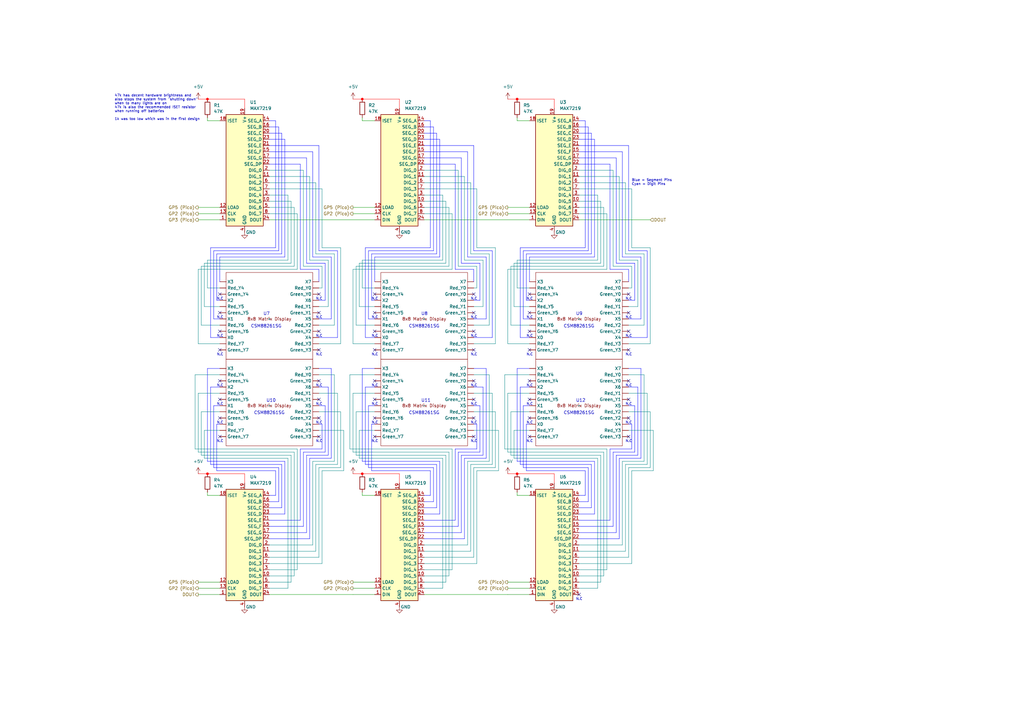
<source format=kicad_sch>
(kicad_sch (version 20230121) (generator eeschema)
  (paper "A3")
  (title_block (title "2x3 Matrix Display System") (date "2024-04-05") (rev "1.1") (company "Northern Alberta Institute of Technology (NAIT)") (comment 1 "Designed by : Russel Carpio") (comment 2 "Project by : Russel Carpio & John Tayag"))
  (junction (at 148.59 40.64) (color 255 0 0 1))
  (junction (at 212.09 40.64) (color 255 0 0 1))
  (junction (at 85.09 40.64) (color 255 0 0 1))
  (junction (at 212.09 194.31) (color 255 0 0 1))
  (junction (at 148.59 194.31) (color 255 0 0 1))
  (junction (at 85.09 194.31) (color 255 0 0 1))
  (no_connect (at 194.31 179.07))
  (no_connect (at 217.17 143.51))
  (no_connect (at 237.49 243.84))
  (no_connect (at 130.81 128.27))
  (no_connect (at 257.81 120.65))
  (no_connect (at 217.17 179.07))
  (no_connect (at 90.17 156.21))
  (no_connect (at 257.81 171.45))
  (no_connect (at 130.81 156.21))
  (no_connect (at 217.17 135.89))
  (no_connect (at 194.31 120.65))
  (no_connect (at 194.31 143.51))
  (no_connect (at 90.17 143.51))
  (no_connect (at 217.17 171.45))
  (no_connect (at 257.81 143.51))
  (no_connect (at 153.67 156.21))
  (no_connect (at 217.17 163.83))
  (no_connect (at 153.67 135.89))
  (no_connect (at 153.67 171.45))
  (no_connect (at 90.17 163.83))
  (no_connect (at 130.81 143.51))
  (no_connect (at 130.81 135.89))
  (no_connect (at 257.81 156.21))
  (no_connect (at 217.17 120.65))
  (no_connect (at 217.17 128.27))
  (no_connect (at 194.31 128.27))
  (no_connect (at 153.67 163.83))
  (no_connect (at 90.17 135.89))
  (no_connect (at 257.81 163.83))
  (no_connect (at 257.81 128.27))
  (no_connect (at 130.81 163.83))
  (no_connect (at 90.17 179.07))
  (no_connect (at 153.67 128.27))
  (no_connect (at 153.67 143.51))
  (no_connect (at 90.17 128.27))
  (no_connect (at 130.81 179.07))
  (no_connect (at 217.17 156.21))
  (no_connect (at 130.81 171.45))
  (no_connect (at 194.31 135.89))
  (no_connect (at 194.31 171.45))
  (no_connect (at 90.17 120.65))
  (no_connect (at 194.31 156.21))
  (no_connect (at 90.17 171.45))
  (no_connect (at 153.67 179.07))
  (no_connect (at 153.67 120.65))
  (no_connect (at 257.81 135.89))
  (no_connect (at 130.81 120.65))
  (no_connect (at 194.31 163.83))
  (no_connect (at 257.81 179.07))
  (wire (pts (xy 227.33 44.45) (xy 227.33 40.64)) (stroke (width 0) (color 255 0 0 1)))
  (wire (pts (xy 179.07 208.28) (xy 179.07 190.5)) (stroke (width 0) (color 0 0 255 1)))
  (wire (pts (xy 198.12 125.73) (xy 198.12 106.68)) (stroke (width 0) (color 0 132 132 1)))
  (wire (pts (xy 124.46 109.22) (xy 132.08 109.22)) (stroke (width 0) (color 0 132 132 1)))
  (wire (pts (xy 110.49 54.61) (xy 115.57 54.61)) (stroke (width 0) (color 0 0 255 1)))
  (wire (pts (xy 128.27 189.23) (xy 137.16 189.23)) (stroke (width 0) (color 0 132 132 1)))
  (wire (pts (xy 179.07 190.5) (xy 149.86 190.5)) (stroke (width 0) (color 0 0 255 1)))
  (wire (pts (xy 195.58 109.22) (xy 195.58 118.11)) (stroke (width 0) (color 0 132 132 1)))
  (wire (pts (xy 241.3 205.74) (xy 241.3 191.77)) (stroke (width 0) (color 0 0 255 1)))
  (wire (pts (xy 114.3 191.77) (xy 87.63 191.77)) (stroke (width 0) (color 0 0 255 1)))
  (wire (pts (xy 251.46 69.85) (xy 237.49 69.85)) (stroke (width 0) (color 0 132 132 1)))
  (wire (pts (xy 209.55 109.22) (xy 209.55 133.35)) (stroke (width 0) (color 0 132 132 1)))
  (wire (pts (xy 143.51 184.15) (xy 143.51 153.67)) (stroke (width 0) (color 0 132 132 1)))
  (wire (pts (xy 194.31 123.19) (xy 196.85 123.19)) (stroke (width 0) (color 0 0 255 1)))
  (wire (pts (xy 177.8 205.74) (xy 177.8 191.77)) (stroke (width 0) (color 0 0 255 1)))
  (wire (pts (xy 208.28 238.76) (xy 217.17 238.76)) (stroke (width 0) (color 0 132 0 1)))
  (wire (pts (xy 114.3 205.74) (xy 114.3 191.77)) (stroke (width 0) (color 0 0 255 1)))
  (wire (pts (xy 137.16 104.14) (xy 129.54 104.14)) (stroke (width 0) (color 0 132 132 1)))
  (wire (pts (xy 246.38 107.95) (xy 210.82 107.95)) (stroke (width 0) (color 0 132 132 1)))
  (wire (pts (xy 194.31 228.6) (xy 194.31 191.77)) (stroke (width 0) (color 0 132 132 1)))
  (wire (pts (xy 125.73 186.69) (xy 134.62 186.69)) (stroke (width 0) (color 0 0 255 1)))
  (wire (pts (xy 144.78 243.84) (xy 153.67 243.84)) (stroke (width 0) (color 0 132 0 1)))
  (wire (pts (xy 133.35 166.37) (xy 130.81 166.37)) (stroke (width 0) (color 0 0 255 1)))
  (wire (pts (xy 190.5 220.98) (xy 190.5 187.96)) (stroke (width 0) (color 0 0 255 1)))
  (wire (pts (xy 82.55 168.91) (xy 90.17 168.91)) (stroke (width 0) (color 0 132 132 1)))
  (wire (pts (xy 173.99 218.44) (xy 189.23 218.44)) (stroke (width 0) (color 0 0 255 1)))
  (wire (pts (xy 200.66 189.23) (xy 200.66 153.67)) (stroke (width 0) (color 0 132 132 1)))
  (wire (pts (xy 199.39 130.81) (xy 199.39 105.41)) (stroke (width 0) (color 0 0 255 1)))
  (wire (pts (xy 204.47 193.04) (xy 204.47 176.53)) (stroke (width 0) (color 0 132 132 1)))
  (wire (pts (xy 119.38 107.95) (xy 83.82 107.95)) (stroke (width 0) (color 0 132 132 1)))
  (wire (pts (xy 194.31 138.43) (xy 201.93 138.43)) (stroke (width 0) (color 0 0 255 1)))
  (wire (pts (xy 173.99 228.6) (xy 194.31 228.6)) (stroke (width 0) (color 0 132 132 1)))
  (wire (pts (xy 215.9 173.99) (xy 215.9 193.04)) (stroke (width 0) (color 0 0 255 1)))
  (wire (pts (xy 125.73 64.77) (xy 110.49 64.77)) (stroke (width 0) (color 0 0 255 1)))
  (wire (pts (xy 210.82 176.53) (xy 217.17 176.53)) (stroke (width 0) (color 0 132 132 1)))
  (wire (pts (xy 254 72.39) (xy 237.49 72.39)) (stroke (width 0) (color 0 132 132 1)))
  (wire (pts (xy 250.19 184.15) (xy 259.08 184.15)) (stroke (width 0) (color 0 0 255 1)))
  (wire (pts (xy 110.49 238.76) (xy 119.38 238.76)) (stroke (width 0) (color 0 132 132 1)))
  (wire (pts (xy 120.65 185.42) (xy 81.28 185.42)) (stroke (width 0) (color 0 132 132 1)))
  (wire (pts (xy 237.49 59.69) (xy 257.81 59.69)) (stroke (width 0) (color 0 0 255 1)))
  (wire (pts (xy 195.58 231.14) (xy 195.58 193.04)) (stroke (width 0) (color 0 132 132 1)))
  (wire (pts (xy 209.55 186.69) (xy 209.55 168.91)) (stroke (width 0) (color 0 132 132 1)))
  (wire (pts (xy 254 187.96) (xy 262.89 187.96)) (stroke (width 0) (color 0 0 255 1)))
  (wire (pts (xy 215.9 104.14) (xy 215.9 123.19)) (stroke (width 0) (color 0 0 255 1)))
  (wire (pts (xy 237.49 208.28) (xy 242.57 208.28)) (stroke (width 0) (color 0 0 255 1)))
  (wire (pts (xy 264.16 104.14) (xy 256.54 104.14)) (stroke (width 0) (color 0 132 132 1)))
  (wire (pts (xy 262.89 105.41) (xy 255.27 105.41)) (stroke (width 0) (color 0 0 255 1)))
  (wire (pts (xy 194.31 133.35) (xy 200.66 133.35)) (stroke (width 0) (color 0 132 132 1)))
  (wire (pts (xy 148.59 106.68) (xy 148.59 118.11)) (stroke (width 0) (color 0 132 132 1)))
  (wire (pts (xy 87.63 191.77) (xy 87.63 166.37)) (stroke (width 0) (color 0 0 255 1)))
  (wire (pts (xy 118.11 241.3) (xy 118.11 187.96)) (stroke (width 0) (color 0 132 132 1)))
  (wire (pts (xy 212.09 194.31) (xy 227.33 194.31)) (stroke (width 0) (color 255 0 0 1)))
  (wire (pts (xy 144.78 140.97) (xy 153.67 140.97)) (stroke (width 0) (color 0 132 132 1)))
  (wire (pts (xy 81.28 185.42) (xy 81.28 161.29)) (stroke (width 0) (color 0 132 132 1)))
  (wire (pts (xy 256.54 104.14) (xy 256.54 74.93)) (stroke (width 0) (color 0 132 132 1)))
  (wire (pts (xy 259.08 173.99) (xy 257.81 173.99)) (stroke (width 0) (color 0 0 255 1)))
  (wire (pts (xy 173.99 220.98) (xy 190.5 220.98)) (stroke (width 0) (color 0 0 255 1)))
  (wire (pts (xy 257.81 102.87) (xy 257.81 59.69)) (stroke (width 0) (color 0 0 255 1)))
  (wire (pts (xy 130.81 138.43) (xy 138.43 138.43)) (stroke (width 0) (color 0 0 255 1)))
  (wire (pts (xy 125.73 107.95) (xy 125.73 64.77)) (stroke (width 0) (color 0 0 255 1)))
  (wire (pts (xy 146.05 186.69) (xy 146.05 168.91)) (stroke (width 0) (color 0 132 132 1)))
  (wire (pts (xy 189.23 218.44) (xy 189.23 186.69)) (stroke (width 0) (color 0 0 255 1)))
  (wire (pts (xy 201.93 138.43) (xy 201.93 102.87)) (stroke (width 0) (color 0 0 255 1)))
  (wire (pts (xy 193.04 104.14) (xy 193.04 74.93)) (stroke (width 0) (color 0 132 132 1)))
  (wire (pts (xy 134.62 125.73) (xy 134.62 106.68)) (stroke (width 0) (color 0 132 132 1)))
  (wire (pts (xy 110.49 233.68) (xy 121.92 233.68)) (stroke (width 0) (color 0 132 132 1)))
  (wire (pts (xy 257.81 110.49) (xy 250.19 110.49)) (stroke (width 0) (color 0 0 255 1)))
  (wire (pts (xy 132.08 173.99) (xy 130.81 173.99)) (stroke (width 0) (color 0 0 255 1)))
  (wire (pts (xy 173.99 80.01) (xy 181.61 80.01)) (stroke (width 0) (color 0 132 132 1)))
  (wire (pts (xy 110.49 210.82) (xy 116.84 210.82)) (stroke (width 0) (color 0 0 255 1)))
  (wire (pts (xy 82.55 186.69) (xy 82.55 168.91)) (stroke (width 0) (color 0 132 132 1)))
  (wire (pts (xy 135.89 151.13) (xy 130.81 151.13)) (stroke (width 0) (color 0 0 255 1)))
  (wire (pts (xy 259.08 118.11) (xy 257.81 118.11)) (stroke (width 0) (color 0 132 132 1)))
  (wire (pts (xy 149.86 158.75) (xy 153.67 158.75)) (stroke (width 0) (color 0 0 255 1)))
  (wire (pts (xy 128.27 223.52) (xy 128.27 189.23)) (stroke (width 0) (color 0 132 132 1)))
  (wire (pts (xy 151.13 102.87) (xy 151.13 130.81)) (stroke (width 0) (color 0 0 255 1)))
  (wire (pts (xy 100.33 198.12) (xy 100.33 194.31)) (stroke (width 0) (color 255 0 0 1)))
  (wire (pts (xy 257.81 125.73) (xy 261.62 125.73)) (stroke (width 0) (color 0 132 132 1)))
  (wire (pts (xy 185.42 87.63) (xy 185.42 110.49)) (stroke (width 0) (color 0 132 132 1)))
  (wire (pts (xy 259.08 109.22) (xy 259.08 118.11)) (stroke (width 0) (color 0 132 132 1)))
  (wire (pts (xy 266.7 101.6) (xy 266.7 140.97)) (stroke (width 0) (color 0 132 132 1)))
  (wire (pts (xy 242.57 54.61) (xy 242.57 104.14)) (stroke (width 0) (color 0 0 255 1)))
  (wire (pts (xy 110.49 220.98) (xy 127 220.98)) (stroke (width 0) (color 0 0 255 1)))
  (wire (pts (xy 81.28 194.31) (xy 85.09 194.31)) (stroke (width 0) (color 255 0 0 1)))
  (wire (pts (xy 119.38 82.55) (xy 119.38 107.95)) (stroke (width 0) (color 0 132 132 1)))
  (wire (pts (xy 176.53 49.53) (xy 176.53 101.6)) (stroke (width 0) (color 0 0 255 1)))
  (wire (pts (xy 138.43 190.5) (xy 138.43 161.29)) (stroke (width 0) (color 0 132 132 1)))
  (wire (pts (xy 110.49 82.55) (xy 119.38 82.55)) (stroke (width 0) (color 0 132 132 1)))
  (wire (pts (xy 129.54 104.14) (xy 129.54 74.93)) (stroke (width 0) (color 0 132 132 1)))
  (wire (pts (xy 173.99 85.09) (xy 184.15 85.09)) (stroke (width 0) (color 0 132 132 1)))
  (wire (pts (xy 173.99 87.63) (xy 185.42 87.63)) (stroke (width 0) (color 0 132 132 1)))
  (wire (pts (xy 86.36 190.5) (xy 86.36 158.75)) (stroke (width 0) (color 0 0 255 1)))
  (wire (pts (xy 250.19 213.36) (xy 250.19 184.15)) (stroke (width 0) (color 0 0 255 1)))
  (wire (pts (xy 247.65 236.22) (xy 247.65 185.42)) (stroke (width 0) (color 0 132 132 1)))
  (wire (pts (xy 82.55 133.35) (xy 90.17 133.35)) (stroke (width 0) (color 0 132 132 1)))
  (wire (pts (xy 110.49 205.74) (xy 114.3 205.74)) (stroke (width 0) (color 0 0 255 1)))
  (wire (pts (xy 195.58 77.47) (xy 195.58 101.6)) (stroke (width 0) (color 0 132 132 1)))
  (wire (pts (xy 129.54 226.06) (xy 129.54 190.5)) (stroke (width 0) (color 0 132 132 1)))
  (wire (pts (xy 173.99 210.82) (xy 180.34 210.82)) (stroke (width 0) (color 0 0 255 1)))
  (wire (pts (xy 213.36 101.6) (xy 213.36 138.43)) (stroke (width 0) (color 0 0 255 1)))
  (wire (pts (xy 87.63 102.87) (xy 87.63 130.81)) (stroke (width 0) (color 0 0 255 1)))
  (wire (pts (xy 113.03 49.53) (xy 113.03 101.6)) (stroke (width 0) (color 0 0 255 1)))
  (wire (pts (xy 248.92 87.63) (xy 248.92 110.49)) (stroke (width 0) (color 0 132 132 1)))
  (wire (pts (xy 191.77 105.41) (xy 191.77 62.23)) (stroke (width 0) (color 0 0 255 1)))
  (wire (pts (xy 85.09 49.53) (xy 90.17 49.53)))
  (wire (pts (xy 186.69 110.49) (xy 186.69 67.31)) (stroke (width 0) (color 0 0 255 1)))
  (wire (pts (xy 207.01 184.15) (xy 207.01 153.67)) (stroke (width 0) (color 0 132 132 1)))
  (wire (pts (xy 251.46 109.22) (xy 259.08 109.22)) (stroke (width 0) (color 0 132 132 1)))
  (wire (pts (xy 121.92 233.68) (xy 121.92 184.15)) (stroke (width 0) (color 0 132 132 1)))
  (wire (pts (xy 257.81 133.35) (xy 264.16 133.35)) (stroke (width 0) (color 0 132 132 1)))
  (wire (pts (xy 215.9 173.99) (xy 217.17 173.99)) (stroke (width 0) (color 0 0 255 1)))
  (wire (pts (xy 245.11 241.3) (xy 245.11 187.96)) (stroke (width 0) (color 0 132 132 1)))
  (wire (pts (xy 186.69 184.15) (xy 195.58 184.15)) (stroke (width 0) (color 0 0 255 1)))
  (wire (pts (xy 195.58 184.15) (xy 195.58 173.99)) (stroke (width 0) (color 0 0 255 1)))
  (wire (pts (xy 148.59 48.26) (xy 148.59 49.53)))
  (wire (pts (xy 266.7 101.6) (xy 259.08 101.6)) (stroke (width 0) (color 0 132 132 1)))
  (wire (pts (xy 237.49 215.9) (xy 251.46 215.9)) (stroke (width 0) (color 0 0 255 1)))
  (wire (pts (xy 199.39 187.96) (xy 199.39 151.13)) (stroke (width 0) (color 0 0 255 1)))
  (wire (pts (xy 255.27 105.41) (xy 255.27 62.23)) (stroke (width 0) (color 0 0 255 1)))
  (wire (pts (xy 173.99 208.28) (xy 179.07 208.28)) (stroke (width 0) (color 0 0 255 1)))
  (wire (pts (xy 194.31 125.73) (xy 198.12 125.73)) (stroke (width 0) (color 0 132 132 1)))
  (wire (pts (xy 81.28 161.29) (xy 90.17 161.29)) (stroke (width 0) (color 0 132 132 1)))
  (wire (pts (xy 130.81 191.77) (xy 139.7 191.77)) (stroke (width 0) (color 0 132 132 1)))
  (wire (pts (xy 199.39 105.41) (xy 191.77 105.41)) (stroke (width 0) (color 0 0 255 1)))
  (wire (pts (xy 185.42 233.68) (xy 185.42 184.15)) (stroke (width 0) (color 0 132 132 1)))
  (wire (pts (xy 257.81 140.97) (xy 266.7 140.97)) (stroke (width 0) (color 0 132 132 1)))
  (wire (pts (xy 251.46 215.9) (xy 251.46 185.42)) (stroke (width 0) (color 0 0 255 1)))
  (wire (pts (xy 264.16 153.67) (xy 257.81 153.67)) (stroke (width 0) (color 0 132 132 1)))
  (wire (pts (xy 125.73 218.44) (xy 125.73 186.69)) (stroke (width 0) (color 0 0 255 1)))
  (wire (pts (xy 119.38 238.76) (xy 119.38 186.69)) (stroke (width 0) (color 0 132 132 1)))
  (wire (pts (xy 191.77 189.23) (xy 200.66 189.23)) (stroke (width 0) (color 0 132 132 1)))
  (wire (pts (xy 132.08 231.14) (xy 132.08 193.04)) (stroke (width 0) (color 0 132 132 1)))
  (wire (pts (xy 139.7 168.91) (xy 130.81 168.91)) (stroke (width 0) (color 0 132 132 1)))
  (wire (pts (xy 85.09 106.68) (xy 85.09 118.11)) (stroke (width 0) (color 0 132 132 1)))
  (wire (pts (xy 124.46 109.22) (xy 124.46 69.85)) (stroke (width 0) (color 0 132 132 1)))
  (wire (pts (xy 144.78 241.3) (xy 153.67 241.3)) (stroke (width 0) (color 0 132 0 1)))
  (wire (pts (xy 245.11 106.68) (xy 212.09 106.68)) (stroke (width 0) (color 0 132 132 1)))
  (wire (pts (xy 128.27 105.41) (xy 128.27 62.23)) (stroke (width 0) (color 0 0 255 1)))
  (wire (pts (xy 144.78 110.49) (xy 144.78 140.97)) (stroke (width 0) (color 0 132 132 1)))
  (wire (pts (xy 85.09 203.2) (xy 90.17 203.2)))
  (wire (pts (xy 209.55 133.35) (xy 217.17 133.35)) (stroke (width 0) (color 0 132 132 1)))
  (wire (pts (xy 138.43 138.43) (xy 138.43 102.87)) (stroke (width 0) (color 0 0 255 1)))
  (wire (pts (xy 173.99 90.17) (xy 217.17 90.17)))
  (wire (pts (xy 203.2 191.77) (xy 203.2 168.91)) (stroke (width 0) (color 0 132 132 1)))
  (wire (pts (xy 264.16 133.35) (xy 264.16 104.14)) (stroke (width 0) (color 0 132 132 1)))
  (wire (pts (xy 173.99 223.52) (xy 191.77 223.52)) (stroke (width 0) (color 0 132 132 1)))
  (wire (pts (xy 114.3 102.87) (xy 87.63 102.87)) (stroke (width 0) (color 0 0 255 1)))
  (wire (pts (xy 190.5 72.39) (xy 173.99 72.39)) (stroke (width 0) (color 0 132 132 1)))
  (wire (pts (xy 237.49 236.22) (xy 247.65 236.22)) (stroke (width 0) (color 0 132 132 1)))
  (wire (pts (xy 237.49 67.31) (xy 250.19 67.31)) (stroke (width 0) (color 0 0 255 1)))
  (wire (pts (xy 110.49 231.14) (xy 132.08 231.14)) (stroke (width 0) (color 0 132 132 1)))
  (wire (pts (xy 259.08 77.47) (xy 237.49 77.47)) (stroke (width 0) (color 0 132 132 1)))
  (wire (pts (xy 133.35 185.42) (xy 133.35 166.37)) (stroke (width 0) (color 0 0 255 1)))
  (wire (pts (xy 151.13 166.37) (xy 153.67 166.37)) (stroke (width 0) (color 0 0 255 1)))
  (wire (pts (xy 139.7 101.6) (xy 139.7 140.97)) (stroke (width 0) (color 0 132 132 1)))
  (wire (pts (xy 173.99 57.15) (xy 180.34 57.15)) (stroke (width 0) (color 0 0 255 1)))
  (wire (pts (xy 147.32 187.96) (xy 147.32 176.53)) (stroke (width 0) (color 0 132 132 1)))
  (wire (pts (xy 177.8 191.77) (xy 151.13 191.77)) (stroke (width 0) (color 0 0 255 1)))
  (wire (pts (xy 116.84 57.15) (xy 116.84 105.41)) (stroke (width 0) (color 0 0 255 1)))
  (wire (pts (xy 110.49 228.6) (xy 130.81 228.6)) (stroke (width 0) (color 0 132 132 1)))
  (wire (pts (xy 110.49 215.9) (xy 124.46 215.9)) (stroke (width 0) (color 0 0 255 1)))
  (wire (pts (xy 110.49 49.53) (xy 113.03 49.53)) (stroke (width 0) (color 0 0 255 1)))
  (wire (pts (xy 213.36 190.5) (xy 213.36 158.75)) (stroke (width 0) (color 0 0 255 1)))
  (wire (pts (xy 237.49 213.36) (xy 250.19 213.36)) (stroke (width 0) (color 0 0 255 1)))
  (wire (pts (xy 88.9 123.19) (xy 90.17 123.19)) (stroke (width 0) (color 0 0 255 1)))
  (wire (pts (xy 214.63 102.87) (xy 214.63 130.81)) (stroke (width 0) (color 0 0 255 1)))
  (wire (pts (xy 241.3 191.77) (xy 214.63 191.77)) (stroke (width 0) (color 0 0 255 1)))
  (wire (pts (xy 128.27 62.23) (xy 110.49 62.23)) (stroke (width 0) (color 0 0 255 1)))
  (wire (pts (xy 196.85 185.42) (xy 196.85 166.37)) (stroke (width 0) (color 0 0 255 1)))
  (wire (pts (xy 134.62 106.68) (xy 127 106.68)) (stroke (width 0) (color 0 132 132 1)))
  (wire (pts (xy 256.54 190.5) (xy 265.43 190.5)) (stroke (width 0) (color 0 132 132 1)))
  (wire (pts (xy 110.49 241.3) (xy 118.11 241.3)) (stroke (width 0) (color 0 132 132 1)))
  (wire (pts (xy 248.92 233.68) (xy 248.92 184.15)) (stroke (width 0) (color 0 132 132 1)))
  (wire (pts (xy 173.99 241.3) (xy 181.61 241.3)) (stroke (width 0) (color 0 132 132 1)))
  (wire (pts (xy 146.05 133.35) (xy 153.67 133.35)) (stroke (width 0) (color 0 132 132 1)))
  (wire (pts (xy 208.28 87.63) (xy 217.17 87.63)))
  (wire (pts (xy 130.81 102.87) (xy 130.81 59.69)) (stroke (width 0) (color 0 0 255 1)))
  (wire (pts (xy 184.15 109.22) (xy 146.05 109.22)) (stroke (width 0) (color 0 132 132 1)))
  (wire (pts (xy 88.9 104.14) (xy 88.9 123.19)) (stroke (width 0) (color 0 0 255 1)))
  (wire (pts (xy 163.83 44.45) (xy 163.83 40.64)) (stroke (width 0) (color 255 0 0 1)))
  (wire (pts (xy 144.78 161.29) (xy 153.67 161.29)) (stroke (width 0) (color 0 132 132 1)))
  (wire (pts (xy 198.12 106.68) (xy 190.5 106.68)) (stroke (width 0) (color 0 132 132 1)))
  (wire (pts (xy 110.49 203.2) (xy 113.03 203.2)) (stroke (width 0) (color 0 0 255 1)))
  (wire (pts (xy 86.36 138.43) (xy 90.17 138.43)) (stroke (width 0) (color 0 0 255 1)))
  (wire (pts (xy 173.99 238.76) (xy 182.88 238.76)) (stroke (width 0) (color 0 132 132 1)))
  (wire (pts (xy 214.63 191.77) (xy 214.63 166.37)) (stroke (width 0) (color 0 0 255 1)))
  (wire (pts (xy 113.03 193.04) (xy 88.9 193.04)) (stroke (width 0) (color 0 0 255 1)))
  (wire (pts (xy 237.49 54.61) (xy 242.57 54.61)) (stroke (width 0) (color 0 0 255 1)))
  (wire (pts (xy 200.66 133.35) (xy 200.66 104.14)) (stroke (width 0) (color 0 132 132 1)))
  (wire (pts (xy 180.34 210.82) (xy 180.34 189.23)) (stroke (width 0) (color 0 0 255 1)))
  (wire (pts (xy 184.15 236.22) (xy 184.15 185.42)) (stroke (width 0) (color 0 132 132 1)))
  (wire (pts (xy 246.38 186.69) (xy 209.55 186.69)) (stroke (width 0) (color 0 132 132 1)))
  (wire (pts (xy 237.49 85.09) (xy 247.65 85.09)) (stroke (width 0) (color 0 132 132 1)))
  (wire (pts (xy 144.78 85.09) (xy 153.67 85.09)))
  (wire (pts (xy 115.57 54.61) (xy 115.57 104.14)) (stroke (width 0) (color 0 0 255 1)))
  (wire (pts (xy 201.93 102.87) (xy 194.31 102.87)) (stroke (width 0) (color 0 0 255 1)))
  (wire (pts (xy 184.15 185.42) (xy 144.78 185.42)) (stroke (width 0) (color 0 132 132 1)))
  (wire (pts (xy 147.32 125.73) (xy 153.67 125.73)) (stroke (width 0) (color 0 132 132 1)))
  (wire (pts (xy 259.08 231.14) (xy 259.08 193.04)) (stroke (width 0) (color 0 132 132 1)))
  (wire (pts (xy 173.99 67.31) (xy 186.69 67.31)) (stroke (width 0) (color 0 0 255 1)))
  (wire (pts (xy 237.49 228.6) (xy 257.81 228.6)) (stroke (width 0) (color 0 132 132 1)))
  (wire (pts (xy 212.09 151.13) (xy 217.17 151.13)) (stroke (width 0) (color 0 0 255 1)))
  (wire (pts (xy 116.84 105.41) (xy 90.17 105.41)) (stroke (width 0) (color 0 0 255 1)))
  (wire (pts (xy 110.49 226.06) (xy 129.54 226.06)) (stroke (width 0) (color 0 132 132 1)))
  (wire (pts (xy 261.62 125.73) (xy 261.62 106.68)) (stroke (width 0) (color 0 132 132 1)))
  (wire (pts (xy 132.08 77.47) (xy 132.08 101.6)) (stroke (width 0) (color 0 132 132 1)))
  (wire (pts (xy 247.65 85.09) (xy 247.65 109.22)) (stroke (width 0) (color 0 132 132 1)))
  (wire (pts (xy 138.43 161.29) (xy 130.81 161.29)) (stroke (width 0) (color 0 132 132 1)))
  (wire (pts (xy 85.09 151.13) (xy 90.17 151.13)) (stroke (width 0) (color 0 0 255 1)))
  (wire (pts (xy 153.67 105.41) (xy 153.67 115.57)) (stroke (width 0) (color 0 0 255 1)))
  (wire (pts (xy 260.35 123.19) (xy 260.35 107.95)) (stroke (width 0) (color 0 0 255 1)))
  (wire (pts (xy 81.28 238.76) (xy 90.17 238.76)) (stroke (width 0) (color 0 132 0 1)))
  (wire (pts (xy 110.49 218.44) (xy 125.73 218.44)) (stroke (width 0) (color 0 0 255 1)))
  (wire (pts (xy 180.34 105.41) (xy 153.67 105.41)) (stroke (width 0) (color 0 0 255 1)))
  (wire (pts (xy 130.81 110.49) (xy 130.81 115.57)) (stroke (width 0) (color 0 0 255 1)))
  (wire (pts (xy 144.78 238.76) (xy 153.67 238.76)) (stroke (width 0) (color 0 132 0 1)))
  (wire (pts (xy 120.65 109.22) (xy 82.55 109.22)) (stroke (width 0) (color 0 132 132 1)))
  (wire (pts (xy 173.99 54.61) (xy 179.07 54.61)) (stroke (width 0) (color 0 0 255 1)))
  (wire (pts (xy 193.04 190.5) (xy 201.93 190.5)) (stroke (width 0) (color 0 132 132 1)))
  (wire (pts (xy 191.77 223.52) (xy 191.77 189.23)) (stroke (width 0) (color 0 132 132 1)))
  (wire (pts (xy 250.19 110.49) (xy 250.19 67.31)) (stroke (width 0) (color 0 0 255 1)))
  (wire (pts (xy 180.34 57.15) (xy 180.34 105.41)) (stroke (width 0) (color 0 0 255 1)))
  (wire (pts (xy 176.53 203.2) (xy 176.53 193.04)) (stroke (width 0) (color 0 0 255 1)))
  (wire (pts (xy 85.09 118.11) (xy 90.17 118.11)) (stroke (width 0) (color 0 132 132 1)))
  (wire (pts (xy 140.97 193.04) (xy 140.97 176.53)) (stroke (width 0) (color 0 132 132 1)))
  (wire (pts (xy 203.2 101.6) (xy 195.58 101.6)) (stroke (width 0) (color 0 132 132 1)))
  (wire (pts (xy 110.49 236.22) (xy 120.65 236.22)) (stroke (width 0) (color 0 132 132 1)))
  (wire (pts (xy 187.96 69.85) (xy 173.99 69.85)) (stroke (width 0) (color 0 132 132 1)))
  (wire (pts (xy 151.13 191.77) (xy 151.13 166.37)) (stroke (width 0) (color 0 0 255 1)))
  (wire (pts (xy 88.9 173.99) (xy 90.17 173.99)) (stroke (width 0) (color 0 0 255 1)))
  (wire (pts (xy 204.47 176.53) (xy 194.31 176.53)) (stroke (width 0) (color 0 132 132 1)))
  (wire (pts (xy 147.32 176.53) (xy 153.67 176.53)) (stroke (width 0) (color 0 132 132 1)))
  (wire (pts (xy 116.84 210.82) (xy 116.84 189.23)) (stroke (width 0) (color 0 0 255 1)))
  (wire (pts (xy 208.28 40.64) (xy 212.09 40.64)) (stroke (width 0) (color 255 0 0 1)))
  (wire (pts (xy 248.92 110.49) (xy 208.28 110.49)) (stroke (width 0) (color 0 132 132 1)))
  (wire (pts (xy 246.38 238.76) (xy 246.38 186.69)) (stroke (width 0) (color 0 132 132 1)))
  (wire (pts (xy 212.09 151.13) (xy 212.09 189.23)) (stroke (width 0) (color 0 0 255 1)))
  (wire (pts (xy 214.63 130.81) (xy 217.17 130.81)) (stroke (width 0) (color 0 0 255 1)))
  (wire (pts (xy 137.16 189.23) (xy 137.16 153.67)) (stroke (width 0) (color 0 132 132 1)))
  (wire (pts (xy 257.81 130.81) (xy 262.89 130.81)) (stroke (width 0) (color 0 0 255 1)))
  (wire (pts (xy 110.49 243.84) (xy 144.78 243.84)))
  (wire (pts (xy 81.28 87.63) (xy 90.17 87.63)))
  (wire (pts (xy 208.28 185.42) (xy 208.28 161.29)) (stroke (width 0) (color 0 132 132 1)))
  (wire (pts (xy 139.7 191.77) (xy 139.7 168.91)) (stroke (width 0) (color 0 132 132 1)))
  (wire (pts (xy 133.35 123.19) (xy 133.35 107.95)) (stroke (width 0) (color 0 0 255 1)))
  (wire (pts (xy 210.82 107.95) (xy 210.82 125.73)) (stroke (width 0) (color 0 132 132 1)))
  (wire (pts (xy 212.09 48.26) (xy 212.09 49.53)))
  (wire (pts (xy 237.49 218.44) (xy 252.73 218.44)) (stroke (width 0) (color 0 0 255 1)))
  (wire (pts (xy 196.85 166.37) (xy 194.31 166.37)) (stroke (width 0) (color 0 0 255 1)))
  (wire (pts (xy 237.49 220.98) (xy 254 220.98)) (stroke (width 0) (color 0 0 255 1)))
  (wire (pts (xy 265.43 190.5) (xy 265.43 161.29)) (stroke (width 0) (color 0 132 132 1)))
  (wire (pts (xy 252.73 64.77) (xy 237.49 64.77)) (stroke (width 0) (color 0 0 255 1)))
  (wire (pts (xy 255.27 223.52) (xy 255.27 189.23)) (stroke (width 0) (color 0 132 132 1)))
  (wire (pts (xy 200.66 104.14) (xy 193.04 104.14)) (stroke (width 0) (color 0 132 132 1)))
  (wire (pts (xy 187.96 185.42) (xy 196.85 185.42)) (stroke (width 0) (color 0 0 255 1)))
  (wire (pts (xy 184.15 85.09) (xy 184.15 109.22)) (stroke (width 0) (color 0 132 132 1)))
  (wire (pts (xy 135.89 105.41) (xy 128.27 105.41)) (stroke (width 0) (color 0 0 255 1)))
  (wire (pts (xy 212.09 49.53) (xy 217.17 49.53)))
  (wire (pts (xy 195.58 77.47) (xy 173.99 77.47)) (stroke (width 0) (color 0 132 132 1)))
  (wire (pts (xy 187.96 109.22) (xy 187.96 69.85)) (stroke (width 0) (color 0 132 132 1)))
  (wire (pts (xy 118.11 187.96) (xy 83.82 187.96)) (stroke (width 0) (color 0 132 132 1)))
  (wire (pts (xy 130.81 110.49) (xy 123.19 110.49)) (stroke (width 0) (color 0 0 255 1)))
  (wire (pts (xy 243.84 57.15) (xy 243.84 105.41)) (stroke (width 0) (color 0 0 255 1)))
  (wire (pts (xy 110.49 90.17) (xy 153.67 90.17)))
  (wire (pts (xy 208.28 243.84) (xy 217.17 243.84)) (stroke (width 0) (color 0 132 0 1)))
  (wire (pts (xy 189.23 107.95) (xy 189.23 64.77)) (stroke (width 0) (color 0 0 255 1)))
  (wire (pts (xy 237.49 80.01) (xy 245.11 80.01)) (stroke (width 0) (color 0 132 132 1)))
  (wire (pts (xy 185.42 184.15) (xy 143.51 184.15)) (stroke (width 0) (color 0 132 132 1)))
  (wire (pts (xy 247.65 109.22) (xy 209.55 109.22)) (stroke (width 0) (color 0 132 132 1)))
  (wire (pts (xy 177.8 102.87) (xy 151.13 102.87)) (stroke (width 0) (color 0 0 255 1)))
  (wire (pts (xy 257.81 138.43) (xy 265.43 138.43)) (stroke (width 0) (color 0 0 255 1)))
  (wire (pts (xy 266.7 191.77) (xy 266.7 168.91)) (stroke (width 0) (color 0 132 132 1)))
  (wire (pts (xy 113.03 101.6) (xy 86.36 101.6)) (stroke (width 0) (color 0 0 255 1)))
  (wire (pts (xy 83.82 107.95) (xy 83.82 125.73)) (stroke (width 0) (color 0 132 132 1)))
  (wire (pts (xy 144.78 194.31) (xy 148.59 194.31)) (stroke (width 0) (color 255 0 0 1)))
  (wire (pts (xy 195.58 118.11) (xy 194.31 118.11)) (stroke (width 0) (color 0 132 132 1)))
  (wire (pts (xy 121.92 87.63) (xy 121.92 110.49)) (stroke (width 0) (color 0 132 132 1)))
  (wire (pts (xy 210.82 125.73) (xy 217.17 125.73)) (stroke (width 0) (color 0 132 132 1)))
  (wire (pts (xy 85.09 48.26) (xy 85.09 49.53)))
  (wire (pts (xy 181.61 106.68) (xy 148.59 106.68)) (stroke (width 0) (color 0 132 132 1)))
  (wire (pts (xy 237.49 87.63) (xy 248.92 87.63)) (stroke (width 0) (color 0 132 132 1)))
  (wire (pts (xy 194.31 102.87) (xy 194.31 59.69)) (stroke (width 0) (color 0 0 255 1)))
  (wire (pts (xy 147.32 107.95) (xy 147.32 125.73)) (stroke (width 0) (color 0 132 132 1)))
  (wire (pts (xy 196.85 123.19) (xy 196.85 107.95)) (stroke (width 0) (color 0 0 255 1)))
  (wire (pts (xy 237.49 90.17) (xy 266.7 90.17)))
  (wire (pts (xy 127 187.96) (xy 135.89 187.96)) (stroke (width 0) (color 0 0 255 1)))
  (wire (pts (xy 144.78 40.64) (xy 148.59 40.64)) (stroke (width 0) (color 255 0 0 1)))
  (wire (pts (xy 127 106.68) (xy 127 72.39)) (stroke (width 0) (color 0 132 132 1)))
  (wire (pts (xy 257.81 228.6) (xy 257.81 191.77)) (stroke (width 0) (color 0 132 132 1)))
  (wire (pts (xy 118.11 80.01) (xy 118.11 106.68)) (stroke (width 0) (color 0 132 132 1)))
  (wire (pts (xy 260.35 107.95) (xy 252.73 107.95)) (stroke (width 0) (color 0 0 255 1)))
  (wire (pts (xy 193.04 226.06) (xy 193.04 190.5)) (stroke (width 0) (color 0 132 132 1)))
  (wire (pts (xy 237.49 210.82) (xy 243.84 210.82)) (stroke (width 0) (color 0 0 255 1)))
  (wire (pts (xy 83.82 187.96) (xy 83.82 176.53)) (stroke (width 0) (color 0 132 132 1)))
  (wire (pts (xy 181.61 241.3) (xy 181.61 187.96)) (stroke (width 0) (color 0 132 132 1)))
  (wire (pts (xy 189.23 64.77) (xy 173.99 64.77)) (stroke (width 0) (color 0 0 255 1)))
  (wire (pts (xy 85.09 201.93) (xy 85.09 203.2)))
  (wire (pts (xy 245.11 80.01) (xy 245.11 106.68)) (stroke (width 0) (color 0 132 132 1)))
  (wire (pts (xy 85.09 151.13) (xy 85.09 189.23)) (stroke (width 0) (color 0 0 255 1)))
  (wire (pts (xy 149.86 101.6) (xy 149.86 138.43)) (stroke (width 0) (color 0 0 255 1)))
  (wire (pts (xy 114.3 52.07) (xy 114.3 102.87)) (stroke (width 0) (color 0 0 255 1)))
  (wire (pts (xy 242.57 208.28) (xy 242.57 190.5)) (stroke (width 0) (color 0 0 255 1)))
  (wire (pts (xy 209.55 168.91) (xy 217.17 168.91)) (stroke (width 0) (color 0 132 132 1)))
  (wire (pts (xy 217.17 105.41) (xy 217.17 115.57)) (stroke (width 0) (color 0 0 255 1)))
  (wire (pts (xy 252.73 107.95) (xy 252.73 64.77)) (stroke (width 0) (color 0 0 255 1)))
  (wire (pts (xy 148.59 194.31) (xy 163.83 194.31)) (stroke (width 0) (color 255 0 0 1)))
  (wire (pts (xy 254 220.98) (xy 254 187.96)) (stroke (width 0) (color 0 0 255 1)))
  (wire (pts (xy 130.81 228.6) (xy 130.81 191.77)) (stroke (width 0) (color 0 132 132 1)))
  (wire (pts (xy 200.66 153.67) (xy 194.31 153.67)) (stroke (width 0) (color 0 132 132 1)))
  (wire (pts (xy 262.89 151.13) (xy 257.81 151.13)) (stroke (width 0) (color 0 0 255 1)))
  (wire (pts (xy 110.49 223.52) (xy 128.27 223.52)) (stroke (width 0) (color 0 132 132 1)))
  (wire (pts (xy 148.59 118.11) (xy 153.67 118.11)) (stroke (width 0) (color 0 132 132 1)))
  (wire (pts (xy 246.38 82.55) (xy 246.38 107.95)) (stroke (width 0) (color 0 132 132 1)))
  (wire (pts (xy 191.77 62.23) (xy 173.99 62.23)) (stroke (width 0) (color 0 0 255 1)))
  (wire (pts (xy 116.84 189.23) (xy 85.09 189.23)) (stroke (width 0) (color 0 0 255 1)))
  (wire (pts (xy 110.49 80.01) (xy 118.11 80.01)) (stroke (width 0) (color 0 132 132 1)))
  (wire (pts (xy 237.49 226.06) (xy 256.54 226.06)) (stroke (width 0) (color 0 132 132 1)))
  (wire (pts (xy 194.31 140.97) (xy 203.2 140.97)) (stroke (width 0) (color 0 132 132 1)))
  (wire (pts (xy 81.28 243.84) (xy 90.17 243.84)) (stroke (width 0) (color 0 132 0 1)))
  (wire (pts (xy 81.28 40.64) (xy 85.09 40.64)) (stroke (width 0) (color 255 0 0 1)))
  (wire (pts (xy 129.54 190.5) (xy 138.43 190.5)) (stroke (width 0) (color 0 132 132 1)))
  (wire (pts (xy 208.28 241.3) (xy 217.17 241.3)) (stroke (width 0) (color 0 132 0 1)))
  (wire (pts (xy 203.2 101.6) (xy 203.2 140.97)) (stroke (width 0) (color 0 132 132 1)))
  (wire (pts (xy 262.89 187.96) (xy 262.89 151.13)) (stroke (width 0) (color 0 0 255 1)))
  (wire (pts (xy 251.46 109.22) (xy 251.46 69.85)) (stroke (width 0) (color 0 132 132 1)))
  (wire (pts (xy 195.58 173.99) (xy 194.31 173.99)) (stroke (width 0) (color 0 0 255 1)))
  (wire (pts (xy 181.61 187.96) (xy 147.32 187.96)) (stroke (width 0) (color 0 132 132 1)))
  (wire (pts (xy 243.84 189.23) (xy 212.09 189.23)) (stroke (width 0) (color 0 0 255 1)))
  (wire (pts (xy 173.99 243.84) (xy 208.28 243.84)))
  (wire (pts (xy 127 220.98) (xy 127 187.96)) (stroke (width 0) (color 0 0 255 1)))
  (wire (pts (xy 110.49 213.36) (xy 123.19 213.36)) (stroke (width 0) (color 0 0 255 1)))
  (wire (pts (xy 187.96 215.9) (xy 187.96 185.42)) (stroke (width 0) (color 0 0 255 1)))
  (wire (pts (xy 81.28 85.09) (xy 90.17 85.09)))
  (wire (pts (xy 207.01 153.67) (xy 217.17 153.67)) (stroke (width 0) (color 0 132 132 1)))
  (wire (pts (xy 212.09 203.2) (xy 217.17 203.2)))
  (wire (pts (xy 115.57 208.28) (xy 115.57 190.5)) (stroke (width 0) (color 0 0 255 1)))
  (wire (pts (xy 210.82 187.96) (xy 210.82 176.53)) (stroke (width 0) (color 0 132 132 1)))
  (wire (pts (xy 115.57 104.14) (xy 88.9 104.14)) (stroke (width 0) (color 0 0 255 1)))
  (wire (pts (xy 82.55 109.22) (xy 82.55 133.35)) (stroke (width 0) (color 0 132 132 1)))
  (wire (pts (xy 121.92 110.49) (xy 81.28 110.49)) (stroke (width 0) (color 0 132 132 1)))
  (wire (pts (xy 203.2 168.91) (xy 194.31 168.91)) (stroke (width 0) (color 0 132 132 1)))
  (wire (pts (xy 193.04 74.93) (xy 173.99 74.93)) (stroke (width 0) (color 0 132 132 1)))
  (wire (pts (xy 256.54 226.06) (xy 256.54 190.5)) (stroke (width 0) (color 0 132 132 1)))
  (wire (pts (xy 182.88 186.69) (xy 146.05 186.69)) (stroke (width 0) (color 0 132 132 1)))
  (wire (pts (xy 87.63 166.37) (xy 90.17 166.37)) (stroke (width 0) (color 0 0 255 1)))
  (wire (pts (xy 259.08 193.04) (xy 267.97 193.04)) (stroke (width 0) (color 0 132 132 1)))
  (wire (pts (xy 257.81 123.19) (xy 260.35 123.19)) (stroke (width 0) (color 0 0 255 1)))
  (wire (pts (xy 242.57 104.14) (xy 215.9 104.14)) (stroke (width 0) (color 0 0 255 1)))
  (wire (pts (xy 129.54 74.93) (xy 110.49 74.93)) (stroke (width 0) (color 0 132 132 1)))
  (wire (pts (xy 242.57 190.5) (xy 213.36 190.5)) (stroke (width 0) (color 0 0 255 1)))
  (wire (pts (xy 110.49 208.28) (xy 115.57 208.28)) (stroke (width 0) (color 0 0 255 1)))
  (wire (pts (xy 251.46 185.42) (xy 260.35 185.42)) (stroke (width 0) (color 0 0 255 1)))
  (wire (pts (xy 252.73 218.44) (xy 252.73 186.69)) (stroke (width 0) (color 0 0 255 1)))
  (wire (pts (xy 195.58 193.04) (xy 204.47 193.04)) (stroke (width 0) (color 0 132 132 1)))
  (wire (pts (xy 149.86 138.43) (xy 153.67 138.43)) (stroke (width 0) (color 0 0 255 1)))
  (wire (pts (xy 243.84 210.82) (xy 243.84 189.23)) (stroke (width 0) (color 0 0 255 1)))
  (wire (pts (xy 110.49 85.09) (xy 120.65 85.09)) (stroke (width 0) (color 0 132 132 1)))
  (wire (pts (xy 261.62 106.68) (xy 254 106.68)) (stroke (width 0) (color 0 132 132 1)))
  (wire (pts (xy 194.31 110.49) (xy 186.69 110.49)) (stroke (width 0) (color 0 0 255 1)))
  (wire (pts (xy 254 106.68) (xy 254 72.39)) (stroke (width 0) (color 0 132 132 1)))
  (wire (pts (xy 83.82 176.53) (xy 90.17 176.53)) (stroke (width 0) (color 0 132 132 1)))
  (wire (pts (xy 198.12 186.69) (xy 198.12 158.75)) (stroke (width 0) (color 0 0 255 1)))
  (wire (pts (xy 265.43 138.43) (xy 265.43 102.87)) (stroke (width 0) (color 0 0 255 1)))
  (wire (pts (xy 260.35 166.37) (xy 257.81 166.37)) (stroke (width 0) (color 0 0 255 1)))
  (wire (pts (xy 173.99 82.55) (xy 182.88 82.55)) (stroke (width 0) (color 0 132 132 1)))
  (wire (pts (xy 146.05 168.91) (xy 153.67 168.91)) (stroke (width 0) (color 0 132 132 1)))
  (wire (pts (xy 173.99 233.68) (xy 185.42 233.68)) (stroke (width 0) (color 0 132 132 1)))
  (wire (pts (xy 179.07 54.61) (xy 179.07 104.14)) (stroke (width 0) (color 0 0 255 1)))
  (wire (pts (xy 130.81 125.73) (xy 134.62 125.73)) (stroke (width 0) (color 0 132 132 1)))
  (wire (pts (xy 88.9 173.99) (xy 88.9 193.04)) (stroke (width 0) (color 0 0 255 1)))
  (wire (pts (xy 265.43 161.29) (xy 257.81 161.29)) (stroke (width 0) (color 0 132 132 1)))
  (wire (pts (xy 152.4 173.99) (xy 153.67 173.99)) (stroke (width 0) (color 0 0 255 1)))
  (wire (pts (xy 182.88 238.76) (xy 182.88 186.69)) (stroke (width 0) (color 0 132 132 1)))
  (wire (pts (xy 143.51 153.67) (xy 153.67 153.67)) (stroke (width 0) (color 0 132 132 1)))
  (wire (pts (xy 180.34 189.23) (xy 148.59 189.23)) (stroke (width 0) (color 0 0 255 1)))
  (wire (pts (xy 151.13 130.81) (xy 153.67 130.81)) (stroke (width 0) (color 0 0 255 1)))
  (wire (pts (xy 267.97 193.04) (xy 267.97 176.53)) (stroke (width 0) (color 0 132 132 1)))
  (wire (pts (xy 237.49 238.76) (xy 246.38 238.76)) (stroke (width 0) (color 0 132 132 1)))
  (wire (pts (xy 186.69 213.36) (xy 186.69 184.15)) (stroke (width 0) (color 0 0 255 1)))
  (wire (pts (xy 152.4 173.99) (xy 152.4 193.04)) (stroke (width 0) (color 0 0 255 1)))
  (wire (pts (xy 261.62 158.75) (xy 257.81 158.75)) (stroke (width 0) (color 0 0 255 1)))
  (wire (pts (xy 110.49 57.15) (xy 116.84 57.15)) (stroke (width 0) (color 0 0 255 1)))
  (wire (pts (xy 110.49 52.07) (xy 114.3 52.07)) (stroke (width 0) (color 0 0 255 1)))
  (wire (pts (xy 179.07 104.14) (xy 152.4 104.14)) (stroke (width 0) (color 0 0 255 1)))
  (wire (pts (xy 173.99 59.69) (xy 194.31 59.69)) (stroke (width 0) (color 0 0 255 1)))
  (wire (pts (xy 215.9 123.19) (xy 217.17 123.19)) (stroke (width 0) (color 0 0 255 1)))
  (wire (pts (xy 124.46 185.42) (xy 133.35 185.42)) (stroke (width 0) (color 0 0 255 1)))
  (wire (pts (xy 237.49 241.3) (xy 245.11 241.3)) (stroke (width 0) (color 0 132 132 1)))
  (wire (pts (xy 237.49 231.14) (xy 259.08 231.14)) (stroke (width 0) (color 0 132 132 1)))
  (wire (pts (xy 110.49 59.69) (xy 130.81 59.69)) (stroke (width 0) (color 0 0 255 1)))
  (wire (pts (xy 259.08 77.47) (xy 259.08 101.6)) (stroke (width 0) (color 0 132 132 1)))
  (wire (pts (xy 173.99 236.22) (xy 184.15 236.22)) (stroke (width 0) (color 0 132 132 1)))
  (wire (pts (xy 201.93 190.5) (xy 201.93 161.29)) (stroke (width 0) (color 0 132 132 1)))
  (wire (pts (xy 115.57 190.5) (xy 86.36 190.5)) (stroke (width 0) (color 0 0 255 1)))
  (wire (pts (xy 187.96 109.22) (xy 195.58 109.22)) (stroke (width 0) (color 0 132 132 1)))
  (wire (pts (xy 127 72.39) (xy 110.49 72.39)) (stroke (width 0) (color 0 132 132 1)))
  (wire (pts (xy 237.49 223.52) (xy 255.27 223.52)) (stroke (width 0) (color 0 132 132 1)))
  (wire (pts (xy 110.49 87.63) (xy 121.92 87.63)) (stroke (width 0) (color 0 132 132 1)))
  (wire (pts (xy 194.31 130.81) (xy 199.39 130.81)) (stroke (width 0) (color 0 0 255 1)))
  (wire (pts (xy 173.99 205.74) (xy 177.8 205.74)) (stroke (width 0) (color 0 0 255 1)))
  (wire (pts (xy 237.49 203.2) (xy 240.03 203.2)) (stroke (width 0) (color 0 0 255 1)))
  (wire (pts (xy 148.59 49.53) (xy 153.67 49.53)))
  (wire (pts (xy 213.36 138.43) (xy 217.17 138.43)) (stroke (width 0) (color 0 0 255 1)))
  (wire (pts (xy 257.81 191.77) (xy 266.7 191.77)) (stroke (width 0) (color 0 132 132 1)))
  (wire (pts (xy 138.43 102.87) (xy 130.81 102.87)) (stroke (width 0) (color 0 0 255 1)))
  (wire (pts (xy 134.62 158.75) (xy 130.81 158.75)) (stroke (width 0) (color 0 0 255 1)))
  (wire (pts (xy 81.28 241.3) (xy 90.17 241.3)) (stroke (width 0) (color 0 132 0 1)))
  (wire (pts (xy 196.85 107.95) (xy 189.23 107.95)) (stroke (width 0) (color 0 0 255 1)))
  (wire (pts (xy 85.09 40.64) (xy 100.33 40.64)) (stroke (width 0) (color 255 0 0 1)))
  (wire (pts (xy 110.49 67.31) (xy 123.19 67.31)) (stroke (width 0) (color 0 0 255 1)))
  (wire (pts (xy 90.17 105.41) (xy 90.17 115.57)) (stroke (width 0) (color 0 0 255 1)))
  (wire (pts (xy 212.09 40.64) (xy 227.33 40.64)) (stroke (width 0) (color 255 0 0 1)))
  (wire (pts (xy 255.27 189.23) (xy 264.16 189.23)) (stroke (width 0) (color 0 132 132 1)))
  (wire (pts (xy 240.03 49.53) (xy 240.03 101.6)) (stroke (width 0) (color 0 0 255 1)))
  (wire (pts (xy 241.3 102.87) (xy 214.63 102.87)) (stroke (width 0) (color 0 0 255 1)))
  (wire (pts (xy 237.49 49.53) (xy 240.03 49.53)) (stroke (width 0) (color 0 0 255 1)))
  (wire (pts (xy 212.09 201.93) (xy 212.09 203.2)))
  (wire (pts (xy 248.92 184.15) (xy 207.01 184.15)) (stroke (width 0) (color 0 132 132 1)))
  (wire (pts (xy 208.28 140.97) (xy 217.17 140.97)) (stroke (width 0) (color 0 132 132 1)))
  (wire (pts (xy 148.59 203.2) (xy 153.67 203.2)))
  (wire (pts (xy 255.27 62.23) (xy 237.49 62.23)) (stroke (width 0) (color 0 0 255 1)))
  (wire (pts (xy 85.09 194.31) (xy 100.33 194.31)) (stroke (width 0) (color 255 0 0 1)))
  (wire (pts (xy 237.49 52.07) (xy 241.3 52.07)) (stroke (width 0) (color 0 0 255 1)))
  (wire (pts (xy 264.16 189.23) (xy 264.16 153.67)) (stroke (width 0) (color 0 132 132 1)))
  (wire (pts (xy 212.09 118.11) (xy 217.17 118.11)) (stroke (width 0) (color 0 132 132 1)))
  (wire (pts (xy 237.49 57.15) (xy 243.84 57.15)) (stroke (width 0) (color 0 0 255 1)))
  (wire (pts (xy 240.03 193.04) (xy 215.9 193.04)) (stroke (width 0) (color 0 0 255 1)))
  (wire (pts (xy 132.08 193.04) (xy 140.97 193.04)) (stroke (width 0) (color 0 132 132 1)))
  (wire (pts (xy 173.99 213.36) (xy 186.69 213.36)) (stroke (width 0) (color 0 0 255 1)))
  (wire (pts (xy 199.39 151.13) (xy 194.31 151.13)) (stroke (width 0) (color 0 0 255 1)))
  (wire (pts (xy 182.88 107.95) (xy 147.32 107.95)) (stroke (width 0) (color 0 132 132 1)))
  (wire (pts (xy 132.08 109.22) (xy 132.08 118.11)) (stroke (width 0) (color 0 132 132 1)))
  (wire (pts (xy 81.28 90.17) (xy 90.17 90.17)))
  (wire (pts (xy 173.99 203.2) (xy 176.53 203.2)) (stroke (width 0) (color 0 0 255 1)))
  (wire (pts (xy 252.73 186.69) (xy 261.62 186.69)) (stroke (width 0) (color 0 0 255 1)))
  (wire (pts (xy 130.81 140.97) (xy 139.7 140.97)) (stroke (width 0) (color 0 132 132 1)))
  (wire (pts (xy 198.12 158.75) (xy 194.31 158.75)) (stroke (width 0) (color 0 0 255 1)))
  (wire (pts (xy 132.08 184.15) (xy 132.08 173.99)) (stroke (width 0) (color 0 0 255 1)))
  (wire (pts (xy 81.28 110.49) (xy 81.28 140.97)) (stroke (width 0) (color 0 132 132 1)))
  (wire (pts (xy 123.19 213.36) (xy 123.19 184.15)) (stroke (width 0) (color 0 0 255 1)))
  (wire (pts (xy 208.28 110.49) (xy 208.28 140.97)) (stroke (width 0) (color 0 132 132 1)))
  (wire (pts (xy 213.36 158.75) (xy 217.17 158.75)) (stroke (width 0) (color 0 0 255 1)))
  (wire (pts (xy 262.89 130.81) (xy 262.89 105.41)) (stroke (width 0) (color 0 0 255 1)))
  (wire (pts (xy 148.59 201.93) (xy 148.59 203.2)))
  (wire (pts (xy 100.33 44.45) (xy 100.33 40.64)) (stroke (width 0) (color 255 0 0 1)))
  (wire (pts (xy 135.89 187.96) (xy 135.89 151.13)) (stroke (width 0) (color 0 0 255 1)))
  (wire (pts (xy 190.5 106.68) (xy 190.5 72.39)) (stroke (width 0) (color 0 132 132 1)))
  (wire (pts (xy 240.03 203.2) (xy 240.03 193.04)) (stroke (width 0) (color 0 0 255 1)))
  (wire (pts (xy 86.36 101.6) (xy 86.36 138.43)) (stroke (width 0) (color 0 0 255 1)))
  (wire (pts (xy 124.46 215.9) (xy 124.46 185.42)) (stroke (width 0) (color 0 0 255 1)))
  (wire (pts (xy 237.49 205.74) (xy 241.3 205.74)) (stroke (width 0) (color 0 0 255 1)))
  (wire (pts (xy 123.19 184.15) (xy 132.08 184.15)) (stroke (width 0) (color 0 0 255 1)))
  (wire (pts (xy 120.65 85.09) (xy 120.65 109.22)) (stroke (width 0) (color 0 132 132 1)))
  (wire (pts (xy 144.78 185.42) (xy 144.78 161.29)) (stroke (width 0) (color 0 132 132 1)))
  (wire (pts (xy 214.63 166.37) (xy 217.17 166.37)) (stroke (width 0) (color 0 0 255 1)))
  (wire (pts (xy 194.31 110.49) (xy 194.31 115.57)) (stroke (width 0) (color 0 0 255 1)))
  (wire (pts (xy 181.61 80.01) (xy 181.61 106.68)) (stroke (width 0) (color 0 132 132 1)))
  (wire (pts (xy 173.99 52.07) (xy 177.8 52.07)) (stroke (width 0) (color 0 0 255 1)))
  (wire (pts (xy 173.99 226.06) (xy 193.04 226.06)) (stroke (width 0) (color 0 132 132 1)))
  (wire (pts (xy 87.63 130.81) (xy 90.17 130.81)) (stroke (width 0) (color 0 0 255 1)))
  (wire (pts (xy 139.7 101.6) (xy 132.08 101.6)) (stroke (width 0) (color 0 132 132 1)))
  (wire (pts (xy 201.93 161.29) (xy 194.31 161.29)) (stroke (width 0) (color 0 132 132 1)))
  (wire (pts (xy 176.53 193.04) (xy 152.4 193.04)) (stroke (width 0) (color 0 0 255 1)))
  (wire (pts (xy 247.65 185.42) (xy 208.28 185.42)) (stroke (width 0) (color 0 132 132 1)))
  (wire (pts (xy 208.28 85.09) (xy 217.17 85.09)))
  (wire (pts (xy 148.59 151.13) (xy 148.59 189.23)) (stroke (width 0) (color 0 0 255 1)))
  (wire (pts (xy 130.81 123.19) (xy 133.35 123.19)) (stroke (width 0) (color 0 0 255 1)))
  (wire (pts (xy 259.08 184.15) (xy 259.08 173.99)) (stroke (width 0) (color 0 0 255 1)))
  (wire (pts (xy 144.78 87.63) (xy 153.67 87.63)))
  (wire (pts (xy 266.7 168.91) (xy 257.81 168.91)) (stroke (width 0) (color 0 132 132 1)))
  (wire (pts (xy 257.81 110.49) (xy 257.81 115.57)) (stroke (width 0) (color 0 0 255 1)))
  (wire (pts (xy 163.83 198.12) (xy 163.83 194.31)) (stroke (width 0) (color 255 0 0 1)))
  (wire (pts (xy 177.8 52.07) (xy 177.8 102.87)) (stroke (width 0) (color 0 0 255 1)))
  (wire (pts (xy 245.11 187.96) (xy 210.82 187.96)) (stroke (width 0) (color 0 132 132 1)))
  (wire (pts (xy 173.99 231.14) (xy 195.58 231.14)) (stroke (width 0) (color 0 132 132 1)))
  (wire (pts (xy 148.59 40.64) (xy 163.83 40.64)) (stroke (width 0) (color 255 0 0 1)))
  (wire (pts (xy 135.89 130.81) (xy 135.89 105.41)) (stroke (width 0) (color 0 0 255 1)))
  (wire (pts (xy 134.62 186.69) (xy 134.62 158.75)) (stroke (width 0) (color 0 0 255 1)))
  (wire (pts (xy 243.84 105.41) (xy 217.17 105.41)) (stroke (width 0) (color 0 0 255 1)))
  (wire (pts (xy 265.43 102.87) (xy 257.81 102.87)) (stroke (width 0) (color 0 0 255 1)))
  (wire (pts (xy 137.16 133.35) (xy 137.16 104.14)) (stroke (width 0) (color 0 132 132 1)))
  (wire (pts (xy 80.01 184.15) (xy 80.01 153.67)) (stroke (width 0) (color 0 132 132 1)))
  (wire (pts (xy 118.11 106.68) (xy 85.09 106.68)) (stroke (width 0) (color 0 132 132 1)))
  (wire (pts (xy 189.23 186.69) (xy 198.12 186.69)) (stroke (width 0) (color 0 0 255 1)))
  (wire (pts (xy 261.62 186.69) (xy 261.62 158.75)) (stroke (width 0) (color 0 0 255 1)))
  (wire (pts (xy 237.49 82.55) (xy 246.38 82.55)) (stroke (width 0) (color 0 132 132 1)))
  (wire (pts (xy 212.09 106.68) (xy 212.09 118.11)) (stroke (width 0) (color 0 132 132 1)))
  (wire (pts (xy 194.31 191.77) (xy 203.2 191.77)) (stroke (width 0) (color 0 132 132 1)))
  (wire (pts (xy 124.46 69.85) (xy 110.49 69.85)) (stroke (width 0) (color 0 132 132 1)))
  (wire (pts (xy 137.16 153.67) (xy 130.81 153.67)) (stroke (width 0) (color 0 132 132 1)))
  (wire (pts (xy 113.03 203.2) (xy 113.03 193.04)) (stroke (width 0) (color 0 0 255 1)))
  (wire (pts (xy 80.01 153.67) (xy 90.17 153.67)) (stroke (width 0) (color 0 132 132 1)))
  (wire (pts (xy 185.42 110.49) (xy 144.78 110.49)) (stroke (width 0) (color 0 132 132 1)))
  (wire (pts (xy 123.19 110.49) (xy 123.19 67.31)) (stroke (width 0) (color 0 0 255 1)))
  (wire (pts (xy 241.3 52.07) (xy 241.3 102.87)) (stroke (width 0) (color 0 0 255 1)))
  (wire (pts (xy 208.28 194.31) (xy 212.09 194.31)) (stroke (width 0) (color 255 0 0 1)))
  (wire (pts (xy 240.03 101.6) (xy 213.36 101.6)) (stroke (width 0) (color 0 0 255 1)))
  (wire (pts (xy 81.28 140.97) (xy 90.17 140.97)) (stroke (width 0) (color 0 132 132 1)))
  (wire (pts (xy 208.28 161.29) (xy 217.17 161.29)) (stroke (width 0) (color 0 132 132 1)))
  (wire (pts (xy 132.08 77.47) (xy 110.49 77.47)) (stroke (width 0) (color 0 132 132 1)))
  (wire (pts (xy 227.33 198.12) (xy 227.33 194.31)) (stroke (width 0) (color 255 0 0 1)))
  (wire (pts (xy 83.82 125.73) (xy 90.17 125.73)) (stroke (width 0) (color 0 132 132 1)))
  (wire (pts (xy 146.05 109.22) (xy 146.05 133.35)) (stroke (width 0) (color 0 132 132 1)))
  (wire (pts (xy 119.38 186.69) (xy 82.55 186.69)) (stroke (width 0) (color 0 132 132 1)))
  (wire (pts (xy 140.97 176.53) (xy 130.81 176.53)) (stroke (width 0) (color 0 132 132 1)))
  (wire (pts (xy 120.65 236.22) (xy 120.65 185.42)) (stroke (width 0) (color 0 132 132 1)))
  (wire (pts (xy 148.59 151.13) (xy 153.67 151.13)) (stroke (width 0) (color 0 0 255 1)))
  (wire (pts (xy 152.4 104.14) (xy 152.4 123.19)) (stroke (width 0) (color 0 0 255 1)))
  (wire (pts (xy 133.35 107.95) (xy 125.73 107.95)) (stroke (width 0) (color 0 0 255 1)))
  (wire (pts (xy 130.81 133.35) (xy 137.16 133.35)) (stroke (width 0) (color 0 132 132 1)))
  (wire (pts (xy 182.88 82.55) (xy 182.88 107.95)) (stroke (width 0) (color 0 132 132 1)))
  (wire (pts (xy 176.53 101.6) (xy 149.86 101.6)) (stroke (width 0) (color 0 0 255 1)))
  (wire (pts (xy 267.97 176.53) (xy 257.81 176.53)) (stroke (width 0) (color 0 132 132 1)))
  (wire (pts (xy 121.92 184.15) (xy 80.01 184.15)) (stroke (width 0) (color 0 132 132 1)))
  (wire (pts (xy 86.36 158.75) (xy 90.17 158.75)) (stroke (width 0) (color 0 0 255 1)))
  (wire (pts (xy 130.81 130.81) (xy 135.89 130.81)) (stroke (width 0) (color 0 0 255 1)))
  (wire (pts (xy 190.5 187.96) (xy 199.39 187.96)) (stroke (width 0) (color 0 0 255 1)))
  (wire (pts (xy 173.99 215.9) (xy 187.96 215.9)) (stroke (width 0) (color 0 0 255 1)))
  (wire (pts (xy 260.35 185.42) (xy 260.35 166.37)) (stroke (width 0) (color 0 0 255 1)))
  (wire (pts (xy 149.86 190.5) (xy 149.86 158.75)) (stroke (width 0) (color 0 0 255 1)))
  (wire (pts (xy 173.99 49.53) (xy 176.53 49.53)) (stroke (width 0) (color 0 0 255 1)))
  (wire (pts (xy 237.49 233.68) (xy 248.92 233.68)) (stroke (width 0) (color 0 132 132 1)))
  (wire (pts (xy 152.4 123.19) (xy 153.67 123.19)) (stroke (width 0) (color 0 0 255 1)))
  (wire (pts (xy 132.08 118.11) (xy 130.81 118.11)) (stroke (width 0) (color 0 132 132 1)))
  (wire (pts (xy 256.54 74.93) (xy 237.49 74.93)) (stroke (width 0) (color 0 132 132 1)))
  (text "CSM88261SG" (at 102.87 134.62 0) (effects (font (size 1.27 1.27)) (justify left bottom)))
  (text "CSM88261SG" (at 167.64 170.18 0) (effects (font (size 1.27 1.27)) (justify left bottom)))
  (text "N.C" (at 152.4 130.81 0) (effects (font (size 1 1)) (justify left bottom)))
  (text "U11" (at 172.72 165.1 0) (effects (font (size 1.27 1.27)) (justify left bottom)))
  (text "N.C" (at 152.4 166.37 0) (effects (font (size 1 1)) (justify left bottom)))
  (text "U8\n" (at 172.72 129.54 0) (effects (font (size 1.27 1.27)) (justify left bottom)))
  (text "N.C" (at 256.54 123.19 0) (effects (font (size 1 1)) (justify left bottom)))
  (text "N.C" (at 88.9 146.05 0) (effects (font (size 1 1)) (justify left bottom)))
  (text "N.C" (at 215.9 123.19 0) (effects (font (size 1 1)) (justify left bottom)))
  (text "U10" (at 109.22 165.1 0) (effects (font (size 1.27 1.27)) (justify left bottom)))
  (text "CSM88261SG" (at 104.14 170.18 0) (effects (font (size 1.27 1.27)) (justify left bottom)))
  (text "CSM88261SG" (at 167.64 134.62 0) (effects (font (size 1.27 1.27)) (justify left bottom)))
  (text "N.C" (at 129.54 158.75 0) (effects (font (size 1 1)) (justify left bottom)))
  (text "N.C" (at 129.54 138.43 0) (effects (font (size 1 1)) (justify left bottom)))
  (text "N.C" (at 215.9 130.81 0) (effects (font (size 1 1)) (justify left bottom)))
  (text "N.C" (at 152.4 138.43 0) (effects (font (size 1 1)) (justify left bottom)))
  (text "N.C" (at 256.54 166.37 0) (effects (font (size 1 1)) (justify left bottom)))
  (text "N.C" (at 256.54 130.81 0) (effects (font (size 1 1)) (justify left bottom)))
  (text "N.C" (at 88.9 158.75 0) (effects (font (size 1 1)) (justify left bottom)))
  (text "N.C" (at 215.9 146.05 0) (effects (font (size 1 1)) (justify left bottom)))
  (text "N.C" (at 256.54 138.43 0) (effects (font (size 1 1)) (justify left bottom)))
  (text "N.C" (at 193.04 138.43 0) (effects (font (size 1 1)) (justify left bottom)))
  (text "N.C" (at 152.4 123.19 0) (effects (font (size 1 1)) (justify left bottom)))
  (text "N.C" (at 88.9 166.37 0) (effects (font (size 1 1)) (justify left bottom)))
  (text "N.C" (at 193.04 173.99 0) (effects (font (size 1 1)) (justify left bottom)))
  (text "N.C" (at 193.04 166.37 0) (effects (font (size 1 1)) (justify left bottom)))
  (text "N.C" (at 88.9 123.19 0) (effects (font (size 1 1)) (justify left bottom)))
  (text "N.C" (at 88.9 181.61 0) (effects (font (size 1 1)) (justify left bottom)))
  (text "N.C" (at 152.4 181.61 0) (effects (font (size 1 1)) (justify left bottom)))
  (text "U7" (at 107.95 129.54 0) (effects (font (size 1.27 1.27)) (justify left bottom)))
  (text "N.C" (at 193.04 123.19 0) (effects (font (size 1 1)) (justify left bottom)))
  (text "N.C" (at 236.22 246.38 0) (effects (font (size 1 1)) (justify left bottom)))
  (text "N.C" (at 152.4 173.99 0) (effects (font (size 1 1)) (justify left bottom)))
  (text "N.C" (at 193.04 146.05 0) (effects (font (size 1 1)) (justify left bottom)))
  (text "N.C" (at 193.04 158.75 0) (effects (font (size 1 1)) (justify left bottom)))
  (text "U9" (at 236.22 129.54 0) (effects (font (size 1.27 1.27)) (justify left bottom)))
  (text "47k has decent hardware brightness and\nalso stops the system from \"shutting down\"\nwhen to many lights are on \n47k is also the recommended ISET resistor \nwhen running off batteries\n\n1k was too low which was in the first design" (at 46.99 49.53 0) (effects (font (size 1 1)) (justify left bottom)))
  (text "U12" (at 236.22 165.1 0) (effects (font (size 1.27 1.27)) (justify left bottom)))
  (text "N.C" (at 256.54 146.05 0) (effects (font (size 1 1)) (justify left bottom)))
  (text "N.C" (at 215.9 166.37 0) (effects (font (size 1 1)) (justify left bottom)))
  (text "N.C" (at 129.54 146.05 0) (effects (font (size 1 1)) (justify left bottom)))
  (text "N.C" (at 193.04 130.81 0) (effects (font (size 1 1)) (justify left bottom)))
  (text "N.C" (at 215.9 181.61 0) (effects (font (size 1 1)) (justify left bottom)))
  (text "N.C" (at 129.54 166.37 0) (effects (font (size 1 1)) (justify left bottom)))
  (text "N.C" (at 215.9 173.99 0) (effects (font (size 1 1)) (justify left bottom)))
  (text "N.C" (at 88.9 130.81 0) (effects (font (size 1 1)) (justify left bottom)))
  (text "N.C" (at 215.9 138.43 0) (effects (font (size 1 1)) (justify left bottom)))
  (text "N.C" (at 88.9 138.43 0) (effects (font (size 1 1)) (justify left bottom)))
  (text "N.C" (at 129.54 173.99 0) (effects (font (size 1 1)) (justify left bottom)))
  (text "CSM88261SG" (at 231.14 134.62 0) (effects (font (size 1.27 1.27)) (justify left bottom)))
  (text "N.C" (at 152.4 146.05 0) (effects (font (size 1 1)) (justify left bottom)))
  (text "N.C" (at 129.54 123.19 0) (effects (font (size 1 1)) (justify left bottom)))
  (text "Blue = Segment Pins\nCyan = Digit Pins" (at 259.08 76.2 0) (effects (font (size 1 1)) (justify left bottom)))
  (text "N.C" (at 215.9 158.75 0) (effects (font (size 1 1)) (justify left bottom)))
  (text "N.C" (at 152.4 158.75 0) (effects (font (size 1 1)) (justify left bottom)))
  (text "N.C" (at 129.54 181.61 0) (effects (font (size 1 1)) (justify left bottom)))
  (text "N.C" (at 256.54 173.99 0) (effects (font (size 1 1)) (justify left bottom)))
  (text "N.C" (at 129.54 130.81 0) (effects (font (size 1 1)) (justify left bottom)))
  (text "CSM88261SG" (at 231.14 170.18 0) (effects (font (size 1.27 1.27)) (justify left bottom)))
  (text "N.C" (at 256.54 181.61 0) (effects (font (size 1 1)) (justify left bottom)))
  (text "N.C" (at 193.04 181.61 0) (effects (font (size 1 1)) (justify left bottom)))
  (text "N.C" (at 256.54 158.75 0) (effects (font (size 1 1)) (justify left bottom)))
  (text "N.C" (at 88.9 173.99 0) (effects (font (size 1 1)) (justify left bottom)))
  (hierarchical_label "GP2 (Pico)" (shape output) (at 144.78 87.63 180))
  (hierarchical_label "GP5 (Pico)" (shape output) (at 144.78 238.76 180))
  (hierarchical_label "GP3 (Pico)" (shape output) (at 81.28 90.17 180))
  (hierarchical_label "DOUT" (shape input) (at 266.7 90.17 0))
  (hierarchical_label "DOUT" (shape output) (at 81.28 243.84 180))
  (hierarchical_label "GP5 (Pico)" (shape output) (at 81.28 85.09 180))
  (hierarchical_label "GP5 (Pico)" (shape output) (at 208.28 238.76 180))
  (hierarchical_label "GP5 (Pico)" (shape output) (at 81.28 238.76 180))
  (hierarchical_label "GP5 (Pico)" (shape output) (at 208.28 85.09 180))
  (hierarchical_label "GP2 (Pico)" (shape output) (at 208.28 241.3 180))
  (hierarchical_label "GP2 (Pico)" (shape output) (at 81.28 241.3 180))
  (hierarchical_label "GP2 (Pico)" (shape output) (at 208.28 87.63 180))
  (hierarchical_label "GP2 (Pico)" (shape output) (at 81.28 87.63 180))
  (hierarchical_label "GP2 (Pico)" (shape output) (at 144.78 241.3 180))
  (hierarchical_label "GP5 (Pico)" (shape output) (at 144.78 85.09 180))
  (symbol (lib_id "Device:R") (at 212.09 44.45 0) (unit 1)
    (property "Reference" "R5" (at 214.63 43.18 0) (effects (justify left)))
    (property "Value" "47K" (at 214.63 45.72 0) (effects (justify left)))
  )
  (symbol (lib_name "8x8_Matrix_Display__1") (lib_id "8x8 Matrix Display:8x8_Matrix_Display_") (at 237.49 130.81 0) (unit 1)
    (property "Reference" "U11" (effects hide))
    (property "Value" "~" (at 237.49 130.81 0))
  )
  (symbol (lib_id "Driver_LED:MAX7219") (at 227.33 223.52 0) (unit 1)
    (property "Reference" "U6" (at 229.5241 195.58 0) (effects (justify left)))
    (property "Value" "MAX7219" (at 229.5241 198.12 0) (effects (justify left)))
    (property "Datasheet" "https://datasheets.maximintegrated.com/en/ds/MAX7219-MAX7221.pdf" (effects hide))
  )
  (symbol (lib_id "Device:R") (at 148.59 198.12 0) (unit 1)
    (property "Reference" "R3" (at 151.13 196.85 0) (effects (justify left)))
    (property "Value" "47K" (at 151.13 199.39 0) (effects (justify left)))
  )
  (symbol (lib_id "power:GND") (at 100.33 95.25 0) (unit 1)
    (property "Reference" "#PWR02" (effects hide))
    (property "Value" "GND" (at 102.87 95.25 0))
  )
  (symbol (lib_name "8x8_Matrix_Display__1") (lib_id "8x8 Matrix Display:8x8_Matrix_Display_") (at 173.99 166.37 0) (unit 1)
    (property "Reference" "U6" (effects hide))
    (property "Value" "~" (at 173.99 166.37 0))
  )
  (symbol (lib_id "Device:R") (at 212.09 198.12 0) (unit 1)
    (property "Reference" "R6" (at 214.63 196.85 0) (effects (justify left)))
    (property "Value" "47K" (at 214.63 199.39 0) (effects (justify left)))
  )
  (symbol (lib_id "power:+5V") (at 208.28 194.31 0) (unit 1)
    (property "Reference" "#PWR010" (effects hide))
    (property "Value" "+5V" (at 208.28 189.23 0))
  )
  (symbol (lib_name "8x8_Matrix_Display__1") (lib_id "8x8 Matrix Display:8x8_Matrix_Display_") (at 173.99 130.81 0) (unit 1)
    (property "Reference" "U5" (effects hide))
    (property "Value" "~" (at 173.99 130.81 0))
  )
  (symbol (lib_id "Device:R") (at 85.09 44.45 0) (unit 1)
    (property "Reference" "R1" (at 87.63 43.18 0) (effects (justify left)))
    (property "Value" "47K" (at 87.63 45.72 0) (effects (justify left)))
  )
  (symbol (lib_id "Device:R") (at 148.59 44.45 0) (unit 1)
    (property "Reference" "R2" (at 151.13 43.18 0) (effects (justify left)))
    (property "Value" "47K" (at 151.13 45.72 0) (effects (justify left)))
  )
  (symbol (lib_id "Device:R") (at 85.09 198.12 0) (unit 1)
    (property "Reference" "R4" (at 87.63 196.85 0) (effects (justify left)))
    (property "Value" "47K" (at 87.63 199.39 0) (effects (justify left)))
  )
  (symbol (lib_id "Driver_LED:MAX7219") (at 100.33 69.85 0) (unit 1)
    (property "Reference" "U1" (at 102.5241 41.91 0) (effects (justify left)))
    (property "Value" "MAX7219" (at 102.5241 44.45 0) (effects (justify left)))
    (property "Datasheet" "https://datasheets.maximintegrated.com/en/ds/MAX7219-MAX7221.pdf" (effects hide))
  )
  (symbol (lib_id "Driver_LED:MAX7219") (at 163.83 223.52 0) (unit 1)
    (property "Reference" "U5" (at 166.0241 195.58 0) (effects (justify left)))
    (property "Value" "MAX7219" (at 166.0241 198.12 0) (effects (justify left)))
    (property "Datasheet" "https://datasheets.maximintegrated.com/en/ds/MAX7219-MAX7221.pdf" (effects hide))
  )
  (symbol (lib_name "8x8_Matrix_Display__1") (lib_id "8x8 Matrix Display:8x8_Matrix_Display_") (at 110.49 166.37 0) (unit 1)
    (property "Reference" "U8" (effects hide))
    (property "Value" "~" (at 110.49 166.37 0))
  )
  (symbol (lib_id "power:GND") (at 227.33 248.92 0) (unit 1)
    (property "Reference" "#PWR012" (effects hide))
    (property "Value" "GND" (at 229.87 248.92 0))
  )
  (symbol (lib_id "power:GND") (at 227.33 95.25 0) (unit 1)
    (property "Reference" "#PWR011" (effects hide))
    (property "Value" "GND" (at 229.87 95.25 0))
  )
  (symbol (lib_id "power:GND") (at 163.83 95.25 0) (unit 1)
    (property "Reference" "#PWR05" (effects hide))
    (property "Value" "GND" (at 166.37 95.25 0))
  )
  (symbol (lib_id "power:+5V") (at 144.78 194.31 0) (unit 1)
    (property "Reference" "#PWR04" (effects hide))
    (property "Value" "+5V" (at 144.78 189.23 0))
  )
  (symbol (lib_id "power:GND") (at 163.83 248.92 0) (unit 1)
    (property "Reference" "#PWR06" (effects hide))
    (property "Value" "GND" (at 166.37 248.92 0))
  )
  (symbol (lib_id "power:+5V") (at 208.28 40.64 0) (unit 1)
    (property "Reference" "#PWR09" (effects hide))
    (property "Value" "+5V" (at 208.28 35.56 0))
  )
  (symbol (lib_id "power:+5V") (at 144.78 40.64 0) (unit 1)
    (property "Reference" "#PWR03" (effects hide))
    (property "Value" "+5V" (at 144.78 35.56 0))
  )
  (symbol (lib_id "power:+5V") (at 81.28 194.31 0) (unit 1)
    (property "Reference" "#PWR07" (effects hide))
    (property "Value" "+5V" (at 81.28 189.23 0))
  )
  (symbol (lib_id "Driver_LED:MAX7219") (at 227.33 69.85 0) (unit 1)
    (property "Reference" "U3" (at 229.5241 41.91 0) (effects (justify left)))
    (property "Value" "MAX7219" (at 229.5241 44.45 0) (effects (justify left)))
    (property "Datasheet" "https://datasheets.maximintegrated.com/en/ds/MAX7219-MAX7221.pdf" (effects hide))
  )
  (symbol (lib_name "8x8_Matrix_Display__1") (lib_id "8x8 Matrix Display:8x8_Matrix_Display_") (at 237.49 166.37 0) (unit 1)
    (property "Reference" "U12" (effects hide))
    (property "Value" "~" (at 237.49 166.37 0))
  )
  (symbol (lib_name "8x8_Matrix_Display__1") (lib_id "8x8 Matrix Display:8x8_Matrix_Display_") (at 110.49 130.81 0) (unit 1)
    (property "Reference" "U1" (effects hide))
    (property "Value" "~" (at 110.49 130.81 0))
  )
  (symbol (lib_id "Driver_LED:MAX7219") (at 163.83 69.85 0) (unit 1)
    (property "Reference" "U2" (at 166.0241 41.91 0) (effects (justify left)))
    (property "Value" "MAX7219" (at 166.0241 44.45 0) (effects (justify left)))
    (property "Datasheet" "https://datasheets.maximintegrated.com/en/ds/MAX7219-MAX7221.pdf" (effects hide))
  )
  (symbol (lib_id "Driver_LED:MAX7219") (at 100.33 223.52 0) (unit 1)
    (property "Reference" "U4" (at 102.5241 195.58 0) (effects (justify left)))
    (property "Value" "MAX7219" (at 102.5241 198.12 0) (effects (justify left)))
    (property "Datasheet" "https://datasheets.maximintegrated.com/en/ds/MAX7219-MAX7221.pdf" (effects hide))
  )
  (symbol (lib_id "power:+5V") (at 81.28 40.64 0) (unit 1)
    (property "Reference" "#PWR01" (effects hide))
    (property "Value" "+5V" (at 81.28 35.56 0))
  )
  (symbol (lib_id "power:GND") (at 100.33 248.92 0) (unit 1)
    (property "Reference" "#PWR08" (effects hide))
    (property "Value" "GND" (at 102.87 248.92 0))
  )
)
</source>
